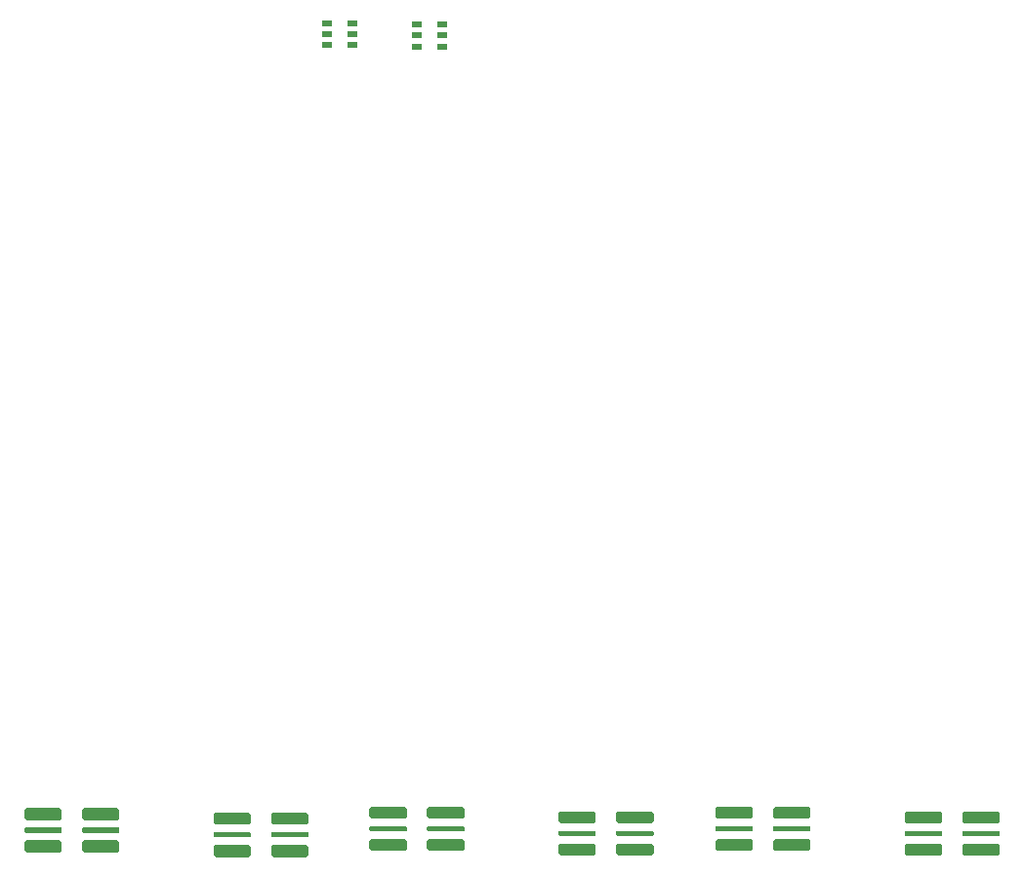
<source format=gbp>
G04 #@! TF.GenerationSoftware,KiCad,Pcbnew,5.1.10*
G04 #@! TF.CreationDate,2021-06-06T22:50:30-04:00*
G04 #@! TF.ProjectId,cnc-controller,636e632d-636f-46e7-9472-6f6c6c65722e,rev?*
G04 #@! TF.SameCoordinates,Original*
G04 #@! TF.FileFunction,Paste,Bot*
G04 #@! TF.FilePolarity,Positive*
%FSLAX46Y46*%
G04 Gerber Fmt 4.6, Leading zero omitted, Abs format (unit mm)*
G04 Created by KiCad (PCBNEW 5.1.10) date 2021-06-06 22:50:30*
%MOMM*%
%LPD*%
G01*
G04 APERTURE LIST*
%ADD10R,0.907600X0.497600*%
G04 APERTURE END LIST*
G36*
G01*
X87473800Y-120274606D02*
X87473800Y-120575394D01*
G75*
G02*
X87400394Y-120648800I-73406J0D01*
G01*
X84299606Y-120648800D01*
G75*
G02*
X84226200Y-120575394I0J73406D01*
G01*
X84226200Y-120274606D01*
G75*
G02*
X84299606Y-120201200I73406J0D01*
G01*
X87400394Y-120201200D01*
G75*
G02*
X87473800Y-120274606I0J-73406D01*
G01*
G37*
G36*
G01*
X87473800Y-118673006D02*
X87473800Y-119376994D01*
G75*
G02*
X87301994Y-119548800I-171806J0D01*
G01*
X84398006Y-119548800D01*
G75*
G02*
X84226200Y-119376994I0J171806D01*
G01*
X84226200Y-118673006D01*
G75*
G02*
X84398006Y-118501200I171806J0D01*
G01*
X87301994Y-118501200D01*
G75*
G02*
X87473800Y-118673006I0J-171806D01*
G01*
G37*
G36*
G01*
X87473800Y-121473006D02*
X87473800Y-122176994D01*
G75*
G02*
X87301994Y-122348800I-171806J0D01*
G01*
X84398006Y-122348800D01*
G75*
G02*
X84226200Y-122176994I0J171806D01*
G01*
X84226200Y-121473006D01*
G75*
G02*
X84398006Y-121301200I171806J0D01*
G01*
X87301994Y-121301200D01*
G75*
G02*
X87473800Y-121473006I0J-171806D01*
G01*
G37*
G36*
G01*
X82473800Y-120274606D02*
X82473800Y-120575394D01*
G75*
G02*
X82400394Y-120648800I-73406J0D01*
G01*
X79299606Y-120648800D01*
G75*
G02*
X79226200Y-120575394I0J73406D01*
G01*
X79226200Y-120274606D01*
G75*
G02*
X79299606Y-120201200I73406J0D01*
G01*
X82400394Y-120201200D01*
G75*
G02*
X82473800Y-120274606I0J-73406D01*
G01*
G37*
G36*
G01*
X82473800Y-121473006D02*
X82473800Y-122176994D01*
G75*
G02*
X82301994Y-122348800I-171806J0D01*
G01*
X79398006Y-122348800D01*
G75*
G02*
X79226200Y-122176994I0J171806D01*
G01*
X79226200Y-121473006D01*
G75*
G02*
X79398006Y-121301200I171806J0D01*
G01*
X82301994Y-121301200D01*
G75*
G02*
X82473800Y-121473006I0J-171806D01*
G01*
G37*
G36*
G01*
X82473800Y-118673006D02*
X82473800Y-119376994D01*
G75*
G02*
X82301994Y-119548800I-171806J0D01*
G01*
X79398006Y-119548800D01*
G75*
G02*
X79226200Y-119376994I0J171806D01*
G01*
X79226200Y-118673006D01*
G75*
G02*
X79398006Y-118501200I171806J0D01*
G01*
X82301994Y-118501200D01*
G75*
G02*
X82473800Y-118673006I0J-171806D01*
G01*
G37*
G36*
G01*
X95626200Y-120975394D02*
X95626200Y-120674606D01*
G75*
G02*
X95699606Y-120601200I73406J0D01*
G01*
X98800394Y-120601200D01*
G75*
G02*
X98873800Y-120674606I0J-73406D01*
G01*
X98873800Y-120975394D01*
G75*
G02*
X98800394Y-121048800I-73406J0D01*
G01*
X95699606Y-121048800D01*
G75*
G02*
X95626200Y-120975394I0J73406D01*
G01*
G37*
G36*
G01*
X95626200Y-122576994D02*
X95626200Y-121873006D01*
G75*
G02*
X95798006Y-121701200I171806J0D01*
G01*
X98701994Y-121701200D01*
G75*
G02*
X98873800Y-121873006I0J-171806D01*
G01*
X98873800Y-122576994D01*
G75*
G02*
X98701994Y-122748800I-171806J0D01*
G01*
X95798006Y-122748800D01*
G75*
G02*
X95626200Y-122576994I0J171806D01*
G01*
G37*
G36*
G01*
X95626200Y-119776994D02*
X95626200Y-119073006D01*
G75*
G02*
X95798006Y-118901200I171806J0D01*
G01*
X98701994Y-118901200D01*
G75*
G02*
X98873800Y-119073006I0J-171806D01*
G01*
X98873800Y-119776994D01*
G75*
G02*
X98701994Y-119948800I-171806J0D01*
G01*
X95798006Y-119948800D01*
G75*
G02*
X95626200Y-119776994I0J171806D01*
G01*
G37*
G36*
G01*
X100626200Y-120975394D02*
X100626200Y-120674606D01*
G75*
G02*
X100699606Y-120601200I73406J0D01*
G01*
X103800394Y-120601200D01*
G75*
G02*
X103873800Y-120674606I0J-73406D01*
G01*
X103873800Y-120975394D01*
G75*
G02*
X103800394Y-121048800I-73406J0D01*
G01*
X100699606Y-121048800D01*
G75*
G02*
X100626200Y-120975394I0J73406D01*
G01*
G37*
G36*
G01*
X100626200Y-119776994D02*
X100626200Y-119073006D01*
G75*
G02*
X100798006Y-118901200I171806J0D01*
G01*
X103701994Y-118901200D01*
G75*
G02*
X103873800Y-119073006I0J-171806D01*
G01*
X103873800Y-119776994D01*
G75*
G02*
X103701994Y-119948800I-171806J0D01*
G01*
X100798006Y-119948800D01*
G75*
G02*
X100626200Y-119776994I0J171806D01*
G01*
G37*
G36*
G01*
X100626200Y-122576994D02*
X100626200Y-121873006D01*
G75*
G02*
X100798006Y-121701200I171806J0D01*
G01*
X103701994Y-121701200D01*
G75*
G02*
X103873800Y-121873006I0J-171806D01*
G01*
X103873800Y-122576994D01*
G75*
G02*
X103701994Y-122748800I-171806J0D01*
G01*
X100798006Y-122748800D01*
G75*
G02*
X100626200Y-122576994I0J171806D01*
G01*
G37*
G36*
G01*
X57448800Y-120274606D02*
X57448800Y-120575394D01*
G75*
G02*
X57375394Y-120648800I-73406J0D01*
G01*
X54274606Y-120648800D01*
G75*
G02*
X54201200Y-120575394I0J73406D01*
G01*
X54201200Y-120274606D01*
G75*
G02*
X54274606Y-120201200I73406J0D01*
G01*
X57375394Y-120201200D01*
G75*
G02*
X57448800Y-120274606I0J-73406D01*
G01*
G37*
G36*
G01*
X57448800Y-118673006D02*
X57448800Y-119376994D01*
G75*
G02*
X57276994Y-119548800I-171806J0D01*
G01*
X54373006Y-119548800D01*
G75*
G02*
X54201200Y-119376994I0J171806D01*
G01*
X54201200Y-118673006D01*
G75*
G02*
X54373006Y-118501200I171806J0D01*
G01*
X57276994Y-118501200D01*
G75*
G02*
X57448800Y-118673006I0J-171806D01*
G01*
G37*
G36*
G01*
X57448800Y-121473006D02*
X57448800Y-122176994D01*
G75*
G02*
X57276994Y-122348800I-171806J0D01*
G01*
X54373006Y-122348800D01*
G75*
G02*
X54201200Y-122176994I0J171806D01*
G01*
X54201200Y-121473006D01*
G75*
G02*
X54373006Y-121301200I171806J0D01*
G01*
X57276994Y-121301200D01*
G75*
G02*
X57448800Y-121473006I0J-171806D01*
G01*
G37*
G36*
G01*
X52448800Y-120274606D02*
X52448800Y-120575394D01*
G75*
G02*
X52375394Y-120648800I-73406J0D01*
G01*
X49274606Y-120648800D01*
G75*
G02*
X49201200Y-120575394I0J73406D01*
G01*
X49201200Y-120274606D01*
G75*
G02*
X49274606Y-120201200I73406J0D01*
G01*
X52375394Y-120201200D01*
G75*
G02*
X52448800Y-120274606I0J-73406D01*
G01*
G37*
G36*
G01*
X52448800Y-121473006D02*
X52448800Y-122176994D01*
G75*
G02*
X52276994Y-122348800I-171806J0D01*
G01*
X49373006Y-122348800D01*
G75*
G02*
X49201200Y-122176994I0J171806D01*
G01*
X49201200Y-121473006D01*
G75*
G02*
X49373006Y-121301200I171806J0D01*
G01*
X52276994Y-121301200D01*
G75*
G02*
X52448800Y-121473006I0J-171806D01*
G01*
G37*
G36*
G01*
X52448800Y-118673006D02*
X52448800Y-119376994D01*
G75*
G02*
X52276994Y-119548800I-171806J0D01*
G01*
X49373006Y-119548800D01*
G75*
G02*
X49201200Y-119376994I0J171806D01*
G01*
X49201200Y-118673006D01*
G75*
G02*
X49373006Y-118501200I171806J0D01*
G01*
X52276994Y-118501200D01*
G75*
G02*
X52448800Y-118673006I0J-171806D01*
G01*
G37*
G36*
G01*
X65601200Y-120975394D02*
X65601200Y-120674606D01*
G75*
G02*
X65674606Y-120601200I73406J0D01*
G01*
X68775394Y-120601200D01*
G75*
G02*
X68848800Y-120674606I0J-73406D01*
G01*
X68848800Y-120975394D01*
G75*
G02*
X68775394Y-121048800I-73406J0D01*
G01*
X65674606Y-121048800D01*
G75*
G02*
X65601200Y-120975394I0J73406D01*
G01*
G37*
G36*
G01*
X65601200Y-122576994D02*
X65601200Y-121873006D01*
G75*
G02*
X65773006Y-121701200I171806J0D01*
G01*
X68676994Y-121701200D01*
G75*
G02*
X68848800Y-121873006I0J-171806D01*
G01*
X68848800Y-122576994D01*
G75*
G02*
X68676994Y-122748800I-171806J0D01*
G01*
X65773006Y-122748800D01*
G75*
G02*
X65601200Y-122576994I0J171806D01*
G01*
G37*
G36*
G01*
X65601200Y-119776994D02*
X65601200Y-119073006D01*
G75*
G02*
X65773006Y-118901200I171806J0D01*
G01*
X68676994Y-118901200D01*
G75*
G02*
X68848800Y-119073006I0J-171806D01*
G01*
X68848800Y-119776994D01*
G75*
G02*
X68676994Y-119948800I-171806J0D01*
G01*
X65773006Y-119948800D01*
G75*
G02*
X65601200Y-119776994I0J171806D01*
G01*
G37*
G36*
G01*
X70601200Y-120975394D02*
X70601200Y-120674606D01*
G75*
G02*
X70674606Y-120601200I73406J0D01*
G01*
X73775394Y-120601200D01*
G75*
G02*
X73848800Y-120674606I0J-73406D01*
G01*
X73848800Y-120975394D01*
G75*
G02*
X73775394Y-121048800I-73406J0D01*
G01*
X70674606Y-121048800D01*
G75*
G02*
X70601200Y-120975394I0J73406D01*
G01*
G37*
G36*
G01*
X70601200Y-119776994D02*
X70601200Y-119073006D01*
G75*
G02*
X70773006Y-118901200I171806J0D01*
G01*
X73676994Y-118901200D01*
G75*
G02*
X73848800Y-119073006I0J-171806D01*
G01*
X73848800Y-119776994D01*
G75*
G02*
X73676994Y-119948800I-171806J0D01*
G01*
X70773006Y-119948800D01*
G75*
G02*
X70601200Y-119776994I0J171806D01*
G01*
G37*
G36*
G01*
X70601200Y-122576994D02*
X70601200Y-121873006D01*
G75*
G02*
X70773006Y-121701200I171806J0D01*
G01*
X73676994Y-121701200D01*
G75*
G02*
X73848800Y-121873006I0J-171806D01*
G01*
X73848800Y-122576994D01*
G75*
G02*
X73676994Y-122748800I-171806J0D01*
G01*
X70773006Y-122748800D01*
G75*
G02*
X70601200Y-122576994I0J171806D01*
G01*
G37*
G36*
G01*
X27523800Y-120399606D02*
X27523800Y-120700394D01*
G75*
G02*
X27450394Y-120773800I-73406J0D01*
G01*
X24349606Y-120773800D01*
G75*
G02*
X24276200Y-120700394I0J73406D01*
G01*
X24276200Y-120399606D01*
G75*
G02*
X24349606Y-120326200I73406J0D01*
G01*
X27450394Y-120326200D01*
G75*
G02*
X27523800Y-120399606I0J-73406D01*
G01*
G37*
G36*
G01*
X27523800Y-118798006D02*
X27523800Y-119501994D01*
G75*
G02*
X27351994Y-119673800I-171806J0D01*
G01*
X24448006Y-119673800D01*
G75*
G02*
X24276200Y-119501994I0J171806D01*
G01*
X24276200Y-118798006D01*
G75*
G02*
X24448006Y-118626200I171806J0D01*
G01*
X27351994Y-118626200D01*
G75*
G02*
X27523800Y-118798006I0J-171806D01*
G01*
G37*
G36*
G01*
X27523800Y-121598006D02*
X27523800Y-122301994D01*
G75*
G02*
X27351994Y-122473800I-171806J0D01*
G01*
X24448006Y-122473800D01*
G75*
G02*
X24276200Y-122301994I0J171806D01*
G01*
X24276200Y-121598006D01*
G75*
G02*
X24448006Y-121426200I171806J0D01*
G01*
X27351994Y-121426200D01*
G75*
G02*
X27523800Y-121598006I0J-171806D01*
G01*
G37*
G36*
G01*
X22523800Y-120399606D02*
X22523800Y-120700394D01*
G75*
G02*
X22450394Y-120773800I-73406J0D01*
G01*
X19349606Y-120773800D01*
G75*
G02*
X19276200Y-120700394I0J73406D01*
G01*
X19276200Y-120399606D01*
G75*
G02*
X19349606Y-120326200I73406J0D01*
G01*
X22450394Y-120326200D01*
G75*
G02*
X22523800Y-120399606I0J-73406D01*
G01*
G37*
G36*
G01*
X22523800Y-121598006D02*
X22523800Y-122301994D01*
G75*
G02*
X22351994Y-122473800I-171806J0D01*
G01*
X19448006Y-122473800D01*
G75*
G02*
X19276200Y-122301994I0J171806D01*
G01*
X19276200Y-121598006D01*
G75*
G02*
X19448006Y-121426200I171806J0D01*
G01*
X22351994Y-121426200D01*
G75*
G02*
X22523800Y-121598006I0J-171806D01*
G01*
G37*
G36*
G01*
X22523800Y-118798006D02*
X22523800Y-119501994D01*
G75*
G02*
X22351994Y-119673800I-171806J0D01*
G01*
X19448006Y-119673800D01*
G75*
G02*
X19276200Y-119501994I0J171806D01*
G01*
X19276200Y-118798006D01*
G75*
G02*
X19448006Y-118626200I171806J0D01*
G01*
X22351994Y-118626200D01*
G75*
G02*
X22523800Y-118798006I0J-171806D01*
G01*
G37*
G36*
G01*
X35676200Y-121100394D02*
X35676200Y-120799606D01*
G75*
G02*
X35749606Y-120726200I73406J0D01*
G01*
X38850394Y-120726200D01*
G75*
G02*
X38923800Y-120799606I0J-73406D01*
G01*
X38923800Y-121100394D01*
G75*
G02*
X38850394Y-121173800I-73406J0D01*
G01*
X35749606Y-121173800D01*
G75*
G02*
X35676200Y-121100394I0J73406D01*
G01*
G37*
G36*
G01*
X35676200Y-122701994D02*
X35676200Y-121998006D01*
G75*
G02*
X35848006Y-121826200I171806J0D01*
G01*
X38751994Y-121826200D01*
G75*
G02*
X38923800Y-121998006I0J-171806D01*
G01*
X38923800Y-122701994D01*
G75*
G02*
X38751994Y-122873800I-171806J0D01*
G01*
X35848006Y-122873800D01*
G75*
G02*
X35676200Y-122701994I0J171806D01*
G01*
G37*
G36*
G01*
X35676200Y-119901994D02*
X35676200Y-119198006D01*
G75*
G02*
X35848006Y-119026200I171806J0D01*
G01*
X38751994Y-119026200D01*
G75*
G02*
X38923800Y-119198006I0J-171806D01*
G01*
X38923800Y-119901994D01*
G75*
G02*
X38751994Y-120073800I-171806J0D01*
G01*
X35848006Y-120073800D01*
G75*
G02*
X35676200Y-119901994I0J171806D01*
G01*
G37*
G36*
G01*
X40676200Y-121100394D02*
X40676200Y-120799606D01*
G75*
G02*
X40749606Y-120726200I73406J0D01*
G01*
X43850394Y-120726200D01*
G75*
G02*
X43923800Y-120799606I0J-73406D01*
G01*
X43923800Y-121100394D01*
G75*
G02*
X43850394Y-121173800I-73406J0D01*
G01*
X40749606Y-121173800D01*
G75*
G02*
X40676200Y-121100394I0J73406D01*
G01*
G37*
G36*
G01*
X40676200Y-119901994D02*
X40676200Y-119198006D01*
G75*
G02*
X40848006Y-119026200I171806J0D01*
G01*
X43751994Y-119026200D01*
G75*
G02*
X43923800Y-119198006I0J-171806D01*
G01*
X43923800Y-119901994D01*
G75*
G02*
X43751994Y-120073800I-171806J0D01*
G01*
X40848006Y-120073800D01*
G75*
G02*
X40676200Y-119901994I0J171806D01*
G01*
G37*
G36*
G01*
X40676200Y-122701994D02*
X40676200Y-121998006D01*
G75*
G02*
X40848006Y-121826200I171806J0D01*
G01*
X43751994Y-121826200D01*
G75*
G02*
X43923800Y-121998006I0J-171806D01*
G01*
X43923800Y-122701994D01*
G75*
G02*
X43751994Y-122873800I-171806J0D01*
G01*
X40848006Y-122873800D01*
G75*
G02*
X40676200Y-122701994I0J171806D01*
G01*
G37*
D10*
X55550000Y-51575000D03*
X55550000Y-52525000D03*
X55550000Y-50625000D03*
X53350000Y-50625000D03*
X53350000Y-51575000D03*
X53350000Y-52525000D03*
X47725000Y-51450000D03*
X47725000Y-52400000D03*
X47725000Y-50500000D03*
X45525000Y-50500000D03*
X45525000Y-51450000D03*
X45525000Y-52400000D03*
M02*

</source>
